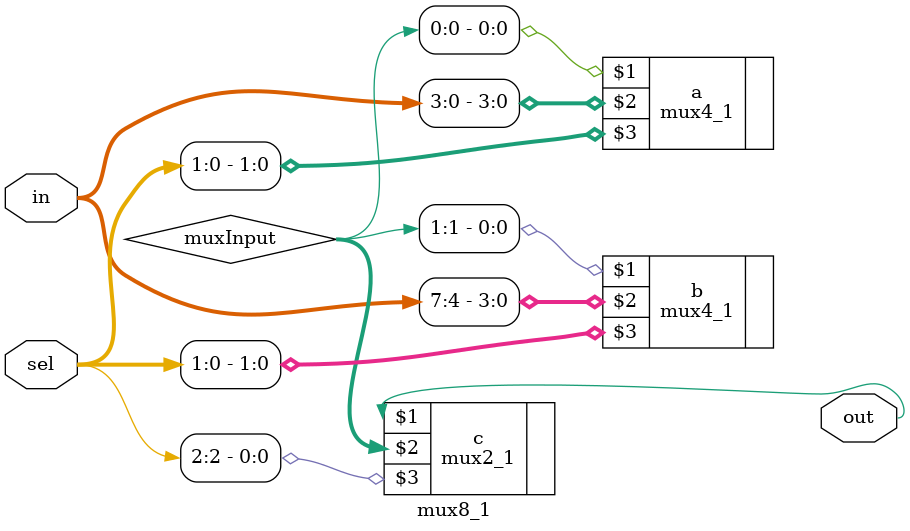
<source format=sv>
`timescale 1ns/1ps

module mux8_1 (out, in, sel);
	output out;
	input [7:0] in;
	input [2:0] sel;
	
	logic [1:0] muxInput;
	
	mux4_1 a (muxInput[0], in[3:0], sel[1:0]);
	mux4_1 b (muxInput[1], in[7:4], sel[1:0]);
	
	mux2_1 c (out, muxInput, sel[2]);
	
endmodule

</source>
